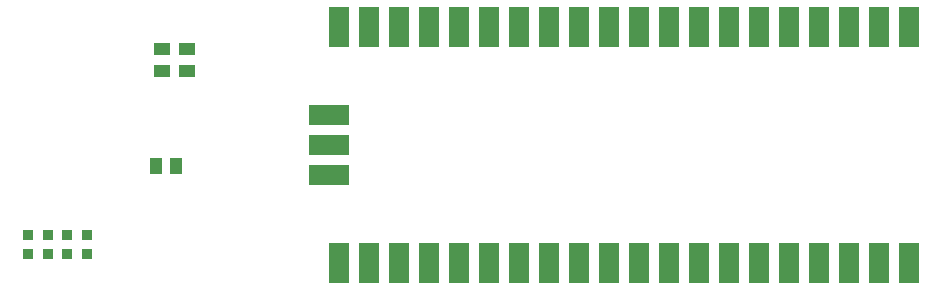
<source format=gbr>
G04 EAGLE Gerber RS-274X export*
G75*
%MOMM*%
%FSLAX34Y34*%
%LPD*%
%INSolderpaste Top*%
%IPPOS*%
%AMOC8*
5,1,8,0,0,1.08239X$1,22.5*%
G01*
%ADD10R,1.700000X3.500000*%
%ADD11R,3.500000X1.700000*%
%ADD12R,1.400000X1.000000*%
%ADD13R,0.950000X0.900000*%
%ADD14R,1.020000X1.470000*%


D10*
X1581150Y624510D03*
X1555750Y624510D03*
X1530350Y624510D03*
X1504950Y624510D03*
X1479550Y624510D03*
X1454150Y624510D03*
X1428750Y624510D03*
X1403350Y624510D03*
X1377950Y624510D03*
X1352550Y624510D03*
X1327150Y624510D03*
X1301750Y624510D03*
X1276350Y624510D03*
X1250950Y624510D03*
X1225550Y624510D03*
X1200150Y624510D03*
X1174750Y624510D03*
X1149350Y624510D03*
X1123950Y624510D03*
X1098550Y624510D03*
X1098550Y424510D03*
X1123950Y424510D03*
X1149350Y424510D03*
X1174750Y424510D03*
X1200150Y424510D03*
X1225550Y424510D03*
X1250950Y424510D03*
X1276350Y424510D03*
X1301750Y424510D03*
X1327150Y424510D03*
X1352550Y424510D03*
X1377950Y424510D03*
X1403350Y424510D03*
X1428750Y424510D03*
X1454150Y424510D03*
X1479550Y424510D03*
X1504950Y424510D03*
X1530350Y424510D03*
X1555750Y424510D03*
X1581150Y424510D03*
D11*
X1090600Y549910D03*
X1090600Y524510D03*
X1090600Y499110D03*
D12*
X970280Y606400D03*
X970280Y587400D03*
X948690Y606400D03*
X948690Y587400D03*
D13*
X835660Y432690D03*
X835660Y448690D03*
X852170Y432690D03*
X852170Y448690D03*
X868680Y432690D03*
X868680Y448690D03*
X885190Y432690D03*
X885190Y448690D03*
D14*
X944400Y506730D03*
X960600Y506730D03*
M02*

</source>
